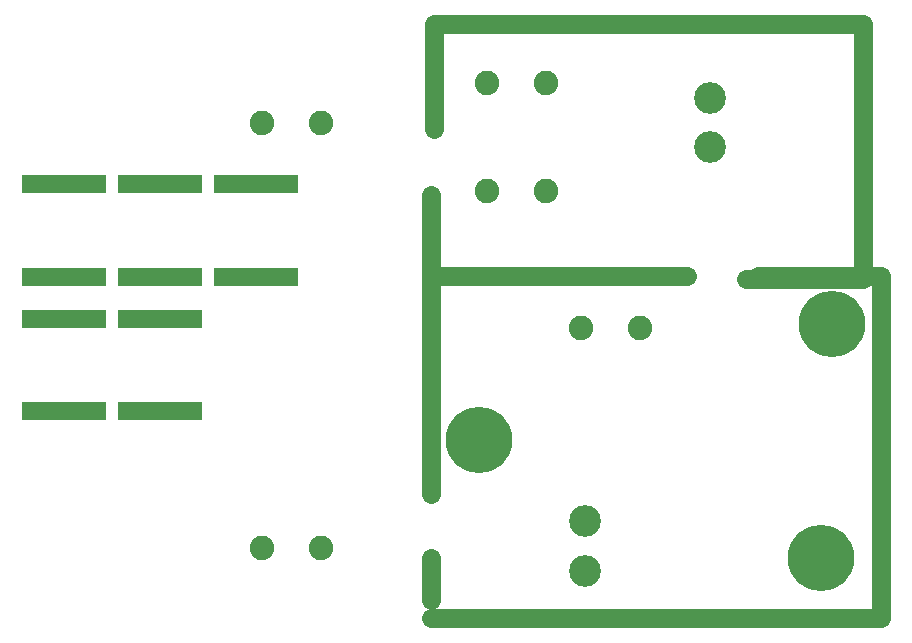
<source format=gbs>
G04*
G04 #@! TF.GenerationSoftware,Altium Limited,Altium Designer,18.1.9 (240)*
G04*
G04 Layer_Color=16711935*
%FSLAX44Y44*%
%MOMM*%
G71*
G01*
G75*
%ADD41C,1.6000*%
%ADD75C,2.6924*%
%ADD76C,2.0770*%
%ADD77C,5.6270*%
%ADD78R,7.1270X1.6270*%
D41*
X585470Y293370D02*
X375920Y293370D01*
X370840Y506730D02*
Y440690D01*
Y506730D02*
X734060D01*
Y290830D01*
X635000Y290830D02*
X734060D01*
X370840Y417830D02*
Y457200D01*
X368810Y109220D02*
X368810Y361950D01*
X368050Y19072D02*
Y54610D01*
X645160Y293370D02*
X749300D01*
X370840D02*
X563880D01*
X368300Y125730D02*
Y293370D01*
X749300Y3810D02*
Y293370D01*
X368300Y3810D02*
X749300D01*
D75*
X604520Y444500D02*
D03*
Y402590D02*
D03*
X498800Y44175D02*
D03*
Y86085D02*
D03*
D76*
X466090Y365760D02*
D03*
X416090D02*
D03*
X465690Y457200D02*
D03*
X415690D02*
D03*
X225675Y63500D02*
D03*
X275675D02*
D03*
X225675Y422910D02*
D03*
X275675D02*
D03*
X545700Y249787D02*
D03*
X495700D02*
D03*
D77*
X408940Y155100D02*
D03*
X698500Y54610D02*
D03*
X708294Y252730D02*
D03*
D78*
X138871Y371030D02*
D03*
Y293030D02*
D03*
X57591Y371030D02*
D03*
Y293030D02*
D03*
X220241Y371030D02*
D03*
Y293030D02*
D03*
X138781Y178880D02*
D03*
Y256880D02*
D03*
X57501Y178880D02*
D03*
Y256880D02*
D03*
M02*

</source>
